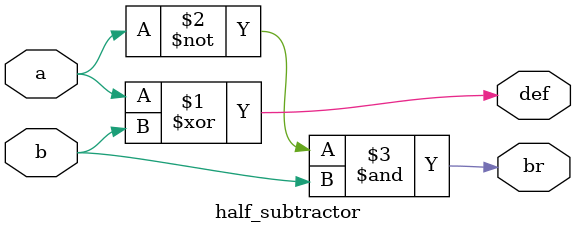
<source format=v>
`timescale 1ns / 1ps
module half_subtractor(a,b,def,br);
  input a,b;
  output def,br;
  assign def=a^b;
  assign br=((~a)&b);
endmodule


</source>
